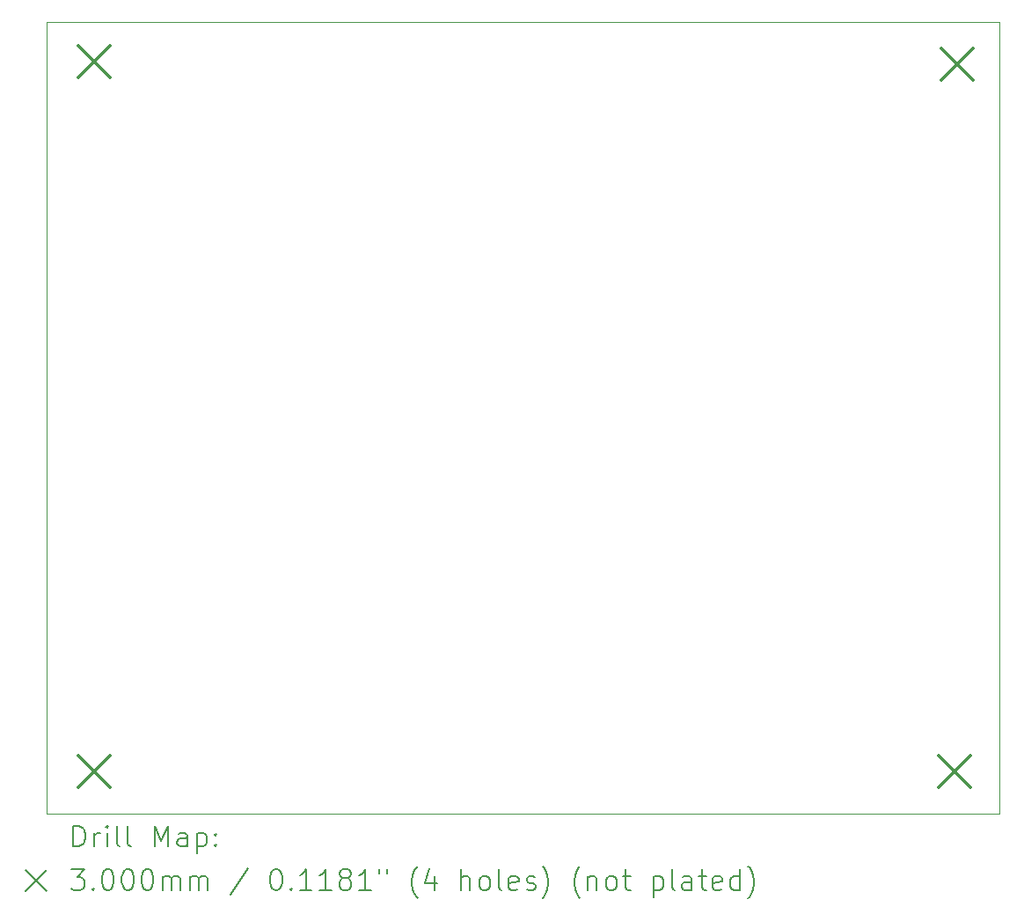
<source format=gbr>
%TF.GenerationSoftware,KiCad,Pcbnew,7.0.10*%
%TF.CreationDate,2024-03-26T13:20:54+05:30*%
%TF.ProjectId,PocketPCR,506f636b-6574-4504-9352-2e6b69636164,rev?*%
%TF.SameCoordinates,Original*%
%TF.FileFunction,Drillmap*%
%TF.FilePolarity,Positive*%
%FSLAX45Y45*%
G04 Gerber Fmt 4.5, Leading zero omitted, Abs format (unit mm)*
G04 Created by KiCad (PCBNEW 7.0.10) date 2024-03-26 13:20:54*
%MOMM*%
%LPD*%
G01*
G04 APERTURE LIST*
%ADD10C,0.100000*%
%ADD11C,0.200000*%
%ADD12C,0.300000*%
G04 APERTURE END LIST*
D10*
X8178800Y-5080000D02*
X17348200Y-5080000D01*
X17348200Y-12700000D01*
X8178800Y-12700000D01*
X8178800Y-5080000D01*
D11*
D12*
X8486000Y-5311000D02*
X8786000Y-5611000D01*
X8786000Y-5311000D02*
X8486000Y-5611000D01*
X8486000Y-12143600D02*
X8786000Y-12443600D01*
X8786000Y-12143600D02*
X8486000Y-12443600D01*
X16766400Y-12143600D02*
X17066400Y-12443600D01*
X17066400Y-12143600D02*
X16766400Y-12443600D01*
X16791800Y-5336400D02*
X17091800Y-5636400D01*
X17091800Y-5336400D02*
X16791800Y-5636400D01*
D11*
X8434577Y-13016484D02*
X8434577Y-12816484D01*
X8434577Y-12816484D02*
X8482196Y-12816484D01*
X8482196Y-12816484D02*
X8510767Y-12826008D01*
X8510767Y-12826008D02*
X8529815Y-12845055D01*
X8529815Y-12845055D02*
X8539339Y-12864103D01*
X8539339Y-12864103D02*
X8548863Y-12902198D01*
X8548863Y-12902198D02*
X8548863Y-12930769D01*
X8548863Y-12930769D02*
X8539339Y-12968865D01*
X8539339Y-12968865D02*
X8529815Y-12987912D01*
X8529815Y-12987912D02*
X8510767Y-13006960D01*
X8510767Y-13006960D02*
X8482196Y-13016484D01*
X8482196Y-13016484D02*
X8434577Y-13016484D01*
X8634577Y-13016484D02*
X8634577Y-12883150D01*
X8634577Y-12921246D02*
X8644101Y-12902198D01*
X8644101Y-12902198D02*
X8653624Y-12892674D01*
X8653624Y-12892674D02*
X8672672Y-12883150D01*
X8672672Y-12883150D02*
X8691720Y-12883150D01*
X8758386Y-13016484D02*
X8758386Y-12883150D01*
X8758386Y-12816484D02*
X8748863Y-12826008D01*
X8748863Y-12826008D02*
X8758386Y-12835531D01*
X8758386Y-12835531D02*
X8767910Y-12826008D01*
X8767910Y-12826008D02*
X8758386Y-12816484D01*
X8758386Y-12816484D02*
X8758386Y-12835531D01*
X8882196Y-13016484D02*
X8863148Y-13006960D01*
X8863148Y-13006960D02*
X8853624Y-12987912D01*
X8853624Y-12987912D02*
X8853624Y-12816484D01*
X8986958Y-13016484D02*
X8967910Y-13006960D01*
X8967910Y-13006960D02*
X8958386Y-12987912D01*
X8958386Y-12987912D02*
X8958386Y-12816484D01*
X9215529Y-13016484D02*
X9215529Y-12816484D01*
X9215529Y-12816484D02*
X9282196Y-12959341D01*
X9282196Y-12959341D02*
X9348863Y-12816484D01*
X9348863Y-12816484D02*
X9348863Y-13016484D01*
X9529815Y-13016484D02*
X9529815Y-12911722D01*
X9529815Y-12911722D02*
X9520291Y-12892674D01*
X9520291Y-12892674D02*
X9501244Y-12883150D01*
X9501244Y-12883150D02*
X9463148Y-12883150D01*
X9463148Y-12883150D02*
X9444101Y-12892674D01*
X9529815Y-13006960D02*
X9510767Y-13016484D01*
X9510767Y-13016484D02*
X9463148Y-13016484D01*
X9463148Y-13016484D02*
X9444101Y-13006960D01*
X9444101Y-13006960D02*
X9434577Y-12987912D01*
X9434577Y-12987912D02*
X9434577Y-12968865D01*
X9434577Y-12968865D02*
X9444101Y-12949817D01*
X9444101Y-12949817D02*
X9463148Y-12940293D01*
X9463148Y-12940293D02*
X9510767Y-12940293D01*
X9510767Y-12940293D02*
X9529815Y-12930769D01*
X9625053Y-12883150D02*
X9625053Y-13083150D01*
X9625053Y-12892674D02*
X9644101Y-12883150D01*
X9644101Y-12883150D02*
X9682196Y-12883150D01*
X9682196Y-12883150D02*
X9701244Y-12892674D01*
X9701244Y-12892674D02*
X9710767Y-12902198D01*
X9710767Y-12902198D02*
X9720291Y-12921246D01*
X9720291Y-12921246D02*
X9720291Y-12978388D01*
X9720291Y-12978388D02*
X9710767Y-12997436D01*
X9710767Y-12997436D02*
X9701244Y-13006960D01*
X9701244Y-13006960D02*
X9682196Y-13016484D01*
X9682196Y-13016484D02*
X9644101Y-13016484D01*
X9644101Y-13016484D02*
X9625053Y-13006960D01*
X9806005Y-12997436D02*
X9815529Y-13006960D01*
X9815529Y-13006960D02*
X9806005Y-13016484D01*
X9806005Y-13016484D02*
X9796482Y-13006960D01*
X9796482Y-13006960D02*
X9806005Y-12997436D01*
X9806005Y-12997436D02*
X9806005Y-13016484D01*
X9806005Y-12892674D02*
X9815529Y-12902198D01*
X9815529Y-12902198D02*
X9806005Y-12911722D01*
X9806005Y-12911722D02*
X9796482Y-12902198D01*
X9796482Y-12902198D02*
X9806005Y-12892674D01*
X9806005Y-12892674D02*
X9806005Y-12911722D01*
X7973800Y-13245000D02*
X8173800Y-13445000D01*
X8173800Y-13245000D02*
X7973800Y-13445000D01*
X8415529Y-13236484D02*
X8539339Y-13236484D01*
X8539339Y-13236484D02*
X8472672Y-13312674D01*
X8472672Y-13312674D02*
X8501244Y-13312674D01*
X8501244Y-13312674D02*
X8520291Y-13322198D01*
X8520291Y-13322198D02*
X8529815Y-13331722D01*
X8529815Y-13331722D02*
X8539339Y-13350769D01*
X8539339Y-13350769D02*
X8539339Y-13398388D01*
X8539339Y-13398388D02*
X8529815Y-13417436D01*
X8529815Y-13417436D02*
X8520291Y-13426960D01*
X8520291Y-13426960D02*
X8501244Y-13436484D01*
X8501244Y-13436484D02*
X8444101Y-13436484D01*
X8444101Y-13436484D02*
X8425053Y-13426960D01*
X8425053Y-13426960D02*
X8415529Y-13417436D01*
X8625053Y-13417436D02*
X8634577Y-13426960D01*
X8634577Y-13426960D02*
X8625053Y-13436484D01*
X8625053Y-13436484D02*
X8615529Y-13426960D01*
X8615529Y-13426960D02*
X8625053Y-13417436D01*
X8625053Y-13417436D02*
X8625053Y-13436484D01*
X8758386Y-13236484D02*
X8777434Y-13236484D01*
X8777434Y-13236484D02*
X8796482Y-13246008D01*
X8796482Y-13246008D02*
X8806005Y-13255531D01*
X8806005Y-13255531D02*
X8815529Y-13274579D01*
X8815529Y-13274579D02*
X8825053Y-13312674D01*
X8825053Y-13312674D02*
X8825053Y-13360293D01*
X8825053Y-13360293D02*
X8815529Y-13398388D01*
X8815529Y-13398388D02*
X8806005Y-13417436D01*
X8806005Y-13417436D02*
X8796482Y-13426960D01*
X8796482Y-13426960D02*
X8777434Y-13436484D01*
X8777434Y-13436484D02*
X8758386Y-13436484D01*
X8758386Y-13436484D02*
X8739339Y-13426960D01*
X8739339Y-13426960D02*
X8729815Y-13417436D01*
X8729815Y-13417436D02*
X8720291Y-13398388D01*
X8720291Y-13398388D02*
X8710767Y-13360293D01*
X8710767Y-13360293D02*
X8710767Y-13312674D01*
X8710767Y-13312674D02*
X8720291Y-13274579D01*
X8720291Y-13274579D02*
X8729815Y-13255531D01*
X8729815Y-13255531D02*
X8739339Y-13246008D01*
X8739339Y-13246008D02*
X8758386Y-13236484D01*
X8948863Y-13236484D02*
X8967910Y-13236484D01*
X8967910Y-13236484D02*
X8986958Y-13246008D01*
X8986958Y-13246008D02*
X8996482Y-13255531D01*
X8996482Y-13255531D02*
X9006005Y-13274579D01*
X9006005Y-13274579D02*
X9015529Y-13312674D01*
X9015529Y-13312674D02*
X9015529Y-13360293D01*
X9015529Y-13360293D02*
X9006005Y-13398388D01*
X9006005Y-13398388D02*
X8996482Y-13417436D01*
X8996482Y-13417436D02*
X8986958Y-13426960D01*
X8986958Y-13426960D02*
X8967910Y-13436484D01*
X8967910Y-13436484D02*
X8948863Y-13436484D01*
X8948863Y-13436484D02*
X8929815Y-13426960D01*
X8929815Y-13426960D02*
X8920291Y-13417436D01*
X8920291Y-13417436D02*
X8910767Y-13398388D01*
X8910767Y-13398388D02*
X8901244Y-13360293D01*
X8901244Y-13360293D02*
X8901244Y-13312674D01*
X8901244Y-13312674D02*
X8910767Y-13274579D01*
X8910767Y-13274579D02*
X8920291Y-13255531D01*
X8920291Y-13255531D02*
X8929815Y-13246008D01*
X8929815Y-13246008D02*
X8948863Y-13236484D01*
X9139339Y-13236484D02*
X9158386Y-13236484D01*
X9158386Y-13236484D02*
X9177434Y-13246008D01*
X9177434Y-13246008D02*
X9186958Y-13255531D01*
X9186958Y-13255531D02*
X9196482Y-13274579D01*
X9196482Y-13274579D02*
X9206005Y-13312674D01*
X9206005Y-13312674D02*
X9206005Y-13360293D01*
X9206005Y-13360293D02*
X9196482Y-13398388D01*
X9196482Y-13398388D02*
X9186958Y-13417436D01*
X9186958Y-13417436D02*
X9177434Y-13426960D01*
X9177434Y-13426960D02*
X9158386Y-13436484D01*
X9158386Y-13436484D02*
X9139339Y-13436484D01*
X9139339Y-13436484D02*
X9120291Y-13426960D01*
X9120291Y-13426960D02*
X9110767Y-13417436D01*
X9110767Y-13417436D02*
X9101244Y-13398388D01*
X9101244Y-13398388D02*
X9091720Y-13360293D01*
X9091720Y-13360293D02*
X9091720Y-13312674D01*
X9091720Y-13312674D02*
X9101244Y-13274579D01*
X9101244Y-13274579D02*
X9110767Y-13255531D01*
X9110767Y-13255531D02*
X9120291Y-13246008D01*
X9120291Y-13246008D02*
X9139339Y-13236484D01*
X9291720Y-13436484D02*
X9291720Y-13303150D01*
X9291720Y-13322198D02*
X9301244Y-13312674D01*
X9301244Y-13312674D02*
X9320291Y-13303150D01*
X9320291Y-13303150D02*
X9348863Y-13303150D01*
X9348863Y-13303150D02*
X9367910Y-13312674D01*
X9367910Y-13312674D02*
X9377434Y-13331722D01*
X9377434Y-13331722D02*
X9377434Y-13436484D01*
X9377434Y-13331722D02*
X9386958Y-13312674D01*
X9386958Y-13312674D02*
X9406005Y-13303150D01*
X9406005Y-13303150D02*
X9434577Y-13303150D01*
X9434577Y-13303150D02*
X9453625Y-13312674D01*
X9453625Y-13312674D02*
X9463148Y-13331722D01*
X9463148Y-13331722D02*
X9463148Y-13436484D01*
X9558386Y-13436484D02*
X9558386Y-13303150D01*
X9558386Y-13322198D02*
X9567910Y-13312674D01*
X9567910Y-13312674D02*
X9586958Y-13303150D01*
X9586958Y-13303150D02*
X9615529Y-13303150D01*
X9615529Y-13303150D02*
X9634577Y-13312674D01*
X9634577Y-13312674D02*
X9644101Y-13331722D01*
X9644101Y-13331722D02*
X9644101Y-13436484D01*
X9644101Y-13331722D02*
X9653625Y-13312674D01*
X9653625Y-13312674D02*
X9672672Y-13303150D01*
X9672672Y-13303150D02*
X9701244Y-13303150D01*
X9701244Y-13303150D02*
X9720291Y-13312674D01*
X9720291Y-13312674D02*
X9729815Y-13331722D01*
X9729815Y-13331722D02*
X9729815Y-13436484D01*
X10120291Y-13226960D02*
X9948863Y-13484103D01*
X10377434Y-13236484D02*
X10396482Y-13236484D01*
X10396482Y-13236484D02*
X10415529Y-13246008D01*
X10415529Y-13246008D02*
X10425053Y-13255531D01*
X10425053Y-13255531D02*
X10434577Y-13274579D01*
X10434577Y-13274579D02*
X10444101Y-13312674D01*
X10444101Y-13312674D02*
X10444101Y-13360293D01*
X10444101Y-13360293D02*
X10434577Y-13398388D01*
X10434577Y-13398388D02*
X10425053Y-13417436D01*
X10425053Y-13417436D02*
X10415529Y-13426960D01*
X10415529Y-13426960D02*
X10396482Y-13436484D01*
X10396482Y-13436484D02*
X10377434Y-13436484D01*
X10377434Y-13436484D02*
X10358387Y-13426960D01*
X10358387Y-13426960D02*
X10348863Y-13417436D01*
X10348863Y-13417436D02*
X10339339Y-13398388D01*
X10339339Y-13398388D02*
X10329815Y-13360293D01*
X10329815Y-13360293D02*
X10329815Y-13312674D01*
X10329815Y-13312674D02*
X10339339Y-13274579D01*
X10339339Y-13274579D02*
X10348863Y-13255531D01*
X10348863Y-13255531D02*
X10358387Y-13246008D01*
X10358387Y-13246008D02*
X10377434Y-13236484D01*
X10529815Y-13417436D02*
X10539339Y-13426960D01*
X10539339Y-13426960D02*
X10529815Y-13436484D01*
X10529815Y-13436484D02*
X10520291Y-13426960D01*
X10520291Y-13426960D02*
X10529815Y-13417436D01*
X10529815Y-13417436D02*
X10529815Y-13436484D01*
X10729815Y-13436484D02*
X10615529Y-13436484D01*
X10672672Y-13436484D02*
X10672672Y-13236484D01*
X10672672Y-13236484D02*
X10653625Y-13265055D01*
X10653625Y-13265055D02*
X10634577Y-13284103D01*
X10634577Y-13284103D02*
X10615529Y-13293627D01*
X10920291Y-13436484D02*
X10806006Y-13436484D01*
X10863148Y-13436484D02*
X10863148Y-13236484D01*
X10863148Y-13236484D02*
X10844101Y-13265055D01*
X10844101Y-13265055D02*
X10825053Y-13284103D01*
X10825053Y-13284103D02*
X10806006Y-13293627D01*
X11034577Y-13322198D02*
X11015529Y-13312674D01*
X11015529Y-13312674D02*
X11006006Y-13303150D01*
X11006006Y-13303150D02*
X10996482Y-13284103D01*
X10996482Y-13284103D02*
X10996482Y-13274579D01*
X10996482Y-13274579D02*
X11006006Y-13255531D01*
X11006006Y-13255531D02*
X11015529Y-13246008D01*
X11015529Y-13246008D02*
X11034577Y-13236484D01*
X11034577Y-13236484D02*
X11072672Y-13236484D01*
X11072672Y-13236484D02*
X11091720Y-13246008D01*
X11091720Y-13246008D02*
X11101244Y-13255531D01*
X11101244Y-13255531D02*
X11110768Y-13274579D01*
X11110768Y-13274579D02*
X11110768Y-13284103D01*
X11110768Y-13284103D02*
X11101244Y-13303150D01*
X11101244Y-13303150D02*
X11091720Y-13312674D01*
X11091720Y-13312674D02*
X11072672Y-13322198D01*
X11072672Y-13322198D02*
X11034577Y-13322198D01*
X11034577Y-13322198D02*
X11015529Y-13331722D01*
X11015529Y-13331722D02*
X11006006Y-13341246D01*
X11006006Y-13341246D02*
X10996482Y-13360293D01*
X10996482Y-13360293D02*
X10996482Y-13398388D01*
X10996482Y-13398388D02*
X11006006Y-13417436D01*
X11006006Y-13417436D02*
X11015529Y-13426960D01*
X11015529Y-13426960D02*
X11034577Y-13436484D01*
X11034577Y-13436484D02*
X11072672Y-13436484D01*
X11072672Y-13436484D02*
X11091720Y-13426960D01*
X11091720Y-13426960D02*
X11101244Y-13417436D01*
X11101244Y-13417436D02*
X11110768Y-13398388D01*
X11110768Y-13398388D02*
X11110768Y-13360293D01*
X11110768Y-13360293D02*
X11101244Y-13341246D01*
X11101244Y-13341246D02*
X11091720Y-13331722D01*
X11091720Y-13331722D02*
X11072672Y-13322198D01*
X11301244Y-13436484D02*
X11186958Y-13436484D01*
X11244101Y-13436484D02*
X11244101Y-13236484D01*
X11244101Y-13236484D02*
X11225053Y-13265055D01*
X11225053Y-13265055D02*
X11206006Y-13284103D01*
X11206006Y-13284103D02*
X11186958Y-13293627D01*
X11377434Y-13236484D02*
X11377434Y-13274579D01*
X11453625Y-13236484D02*
X11453625Y-13274579D01*
X11748863Y-13512674D02*
X11739339Y-13503150D01*
X11739339Y-13503150D02*
X11720291Y-13474579D01*
X11720291Y-13474579D02*
X11710768Y-13455531D01*
X11710768Y-13455531D02*
X11701244Y-13426960D01*
X11701244Y-13426960D02*
X11691720Y-13379341D01*
X11691720Y-13379341D02*
X11691720Y-13341246D01*
X11691720Y-13341246D02*
X11701244Y-13293627D01*
X11701244Y-13293627D02*
X11710768Y-13265055D01*
X11710768Y-13265055D02*
X11720291Y-13246008D01*
X11720291Y-13246008D02*
X11739339Y-13217436D01*
X11739339Y-13217436D02*
X11748863Y-13207912D01*
X11910768Y-13303150D02*
X11910768Y-13436484D01*
X11863148Y-13226960D02*
X11815529Y-13369817D01*
X11815529Y-13369817D02*
X11939339Y-13369817D01*
X12167910Y-13436484D02*
X12167910Y-13236484D01*
X12253625Y-13436484D02*
X12253625Y-13331722D01*
X12253625Y-13331722D02*
X12244101Y-13312674D01*
X12244101Y-13312674D02*
X12225053Y-13303150D01*
X12225053Y-13303150D02*
X12196482Y-13303150D01*
X12196482Y-13303150D02*
X12177434Y-13312674D01*
X12177434Y-13312674D02*
X12167910Y-13322198D01*
X12377434Y-13436484D02*
X12358387Y-13426960D01*
X12358387Y-13426960D02*
X12348863Y-13417436D01*
X12348863Y-13417436D02*
X12339339Y-13398388D01*
X12339339Y-13398388D02*
X12339339Y-13341246D01*
X12339339Y-13341246D02*
X12348863Y-13322198D01*
X12348863Y-13322198D02*
X12358387Y-13312674D01*
X12358387Y-13312674D02*
X12377434Y-13303150D01*
X12377434Y-13303150D02*
X12406006Y-13303150D01*
X12406006Y-13303150D02*
X12425053Y-13312674D01*
X12425053Y-13312674D02*
X12434577Y-13322198D01*
X12434577Y-13322198D02*
X12444101Y-13341246D01*
X12444101Y-13341246D02*
X12444101Y-13398388D01*
X12444101Y-13398388D02*
X12434577Y-13417436D01*
X12434577Y-13417436D02*
X12425053Y-13426960D01*
X12425053Y-13426960D02*
X12406006Y-13436484D01*
X12406006Y-13436484D02*
X12377434Y-13436484D01*
X12558387Y-13436484D02*
X12539339Y-13426960D01*
X12539339Y-13426960D02*
X12529815Y-13407912D01*
X12529815Y-13407912D02*
X12529815Y-13236484D01*
X12710768Y-13426960D02*
X12691720Y-13436484D01*
X12691720Y-13436484D02*
X12653625Y-13436484D01*
X12653625Y-13436484D02*
X12634577Y-13426960D01*
X12634577Y-13426960D02*
X12625053Y-13407912D01*
X12625053Y-13407912D02*
X12625053Y-13331722D01*
X12625053Y-13331722D02*
X12634577Y-13312674D01*
X12634577Y-13312674D02*
X12653625Y-13303150D01*
X12653625Y-13303150D02*
X12691720Y-13303150D01*
X12691720Y-13303150D02*
X12710768Y-13312674D01*
X12710768Y-13312674D02*
X12720291Y-13331722D01*
X12720291Y-13331722D02*
X12720291Y-13350769D01*
X12720291Y-13350769D02*
X12625053Y-13369817D01*
X12796482Y-13426960D02*
X12815530Y-13436484D01*
X12815530Y-13436484D02*
X12853625Y-13436484D01*
X12853625Y-13436484D02*
X12872672Y-13426960D01*
X12872672Y-13426960D02*
X12882196Y-13407912D01*
X12882196Y-13407912D02*
X12882196Y-13398388D01*
X12882196Y-13398388D02*
X12872672Y-13379341D01*
X12872672Y-13379341D02*
X12853625Y-13369817D01*
X12853625Y-13369817D02*
X12825053Y-13369817D01*
X12825053Y-13369817D02*
X12806006Y-13360293D01*
X12806006Y-13360293D02*
X12796482Y-13341246D01*
X12796482Y-13341246D02*
X12796482Y-13331722D01*
X12796482Y-13331722D02*
X12806006Y-13312674D01*
X12806006Y-13312674D02*
X12825053Y-13303150D01*
X12825053Y-13303150D02*
X12853625Y-13303150D01*
X12853625Y-13303150D02*
X12872672Y-13312674D01*
X12948863Y-13512674D02*
X12958387Y-13503150D01*
X12958387Y-13503150D02*
X12977434Y-13474579D01*
X12977434Y-13474579D02*
X12986958Y-13455531D01*
X12986958Y-13455531D02*
X12996482Y-13426960D01*
X12996482Y-13426960D02*
X13006006Y-13379341D01*
X13006006Y-13379341D02*
X13006006Y-13341246D01*
X13006006Y-13341246D02*
X12996482Y-13293627D01*
X12996482Y-13293627D02*
X12986958Y-13265055D01*
X12986958Y-13265055D02*
X12977434Y-13246008D01*
X12977434Y-13246008D02*
X12958387Y-13217436D01*
X12958387Y-13217436D02*
X12948863Y-13207912D01*
X13310768Y-13512674D02*
X13301244Y-13503150D01*
X13301244Y-13503150D02*
X13282196Y-13474579D01*
X13282196Y-13474579D02*
X13272672Y-13455531D01*
X13272672Y-13455531D02*
X13263149Y-13426960D01*
X13263149Y-13426960D02*
X13253625Y-13379341D01*
X13253625Y-13379341D02*
X13253625Y-13341246D01*
X13253625Y-13341246D02*
X13263149Y-13293627D01*
X13263149Y-13293627D02*
X13272672Y-13265055D01*
X13272672Y-13265055D02*
X13282196Y-13246008D01*
X13282196Y-13246008D02*
X13301244Y-13217436D01*
X13301244Y-13217436D02*
X13310768Y-13207912D01*
X13386958Y-13303150D02*
X13386958Y-13436484D01*
X13386958Y-13322198D02*
X13396482Y-13312674D01*
X13396482Y-13312674D02*
X13415530Y-13303150D01*
X13415530Y-13303150D02*
X13444101Y-13303150D01*
X13444101Y-13303150D02*
X13463149Y-13312674D01*
X13463149Y-13312674D02*
X13472672Y-13331722D01*
X13472672Y-13331722D02*
X13472672Y-13436484D01*
X13596482Y-13436484D02*
X13577434Y-13426960D01*
X13577434Y-13426960D02*
X13567911Y-13417436D01*
X13567911Y-13417436D02*
X13558387Y-13398388D01*
X13558387Y-13398388D02*
X13558387Y-13341246D01*
X13558387Y-13341246D02*
X13567911Y-13322198D01*
X13567911Y-13322198D02*
X13577434Y-13312674D01*
X13577434Y-13312674D02*
X13596482Y-13303150D01*
X13596482Y-13303150D02*
X13625053Y-13303150D01*
X13625053Y-13303150D02*
X13644101Y-13312674D01*
X13644101Y-13312674D02*
X13653625Y-13322198D01*
X13653625Y-13322198D02*
X13663149Y-13341246D01*
X13663149Y-13341246D02*
X13663149Y-13398388D01*
X13663149Y-13398388D02*
X13653625Y-13417436D01*
X13653625Y-13417436D02*
X13644101Y-13426960D01*
X13644101Y-13426960D02*
X13625053Y-13436484D01*
X13625053Y-13436484D02*
X13596482Y-13436484D01*
X13720292Y-13303150D02*
X13796482Y-13303150D01*
X13748863Y-13236484D02*
X13748863Y-13407912D01*
X13748863Y-13407912D02*
X13758387Y-13426960D01*
X13758387Y-13426960D02*
X13777434Y-13436484D01*
X13777434Y-13436484D02*
X13796482Y-13436484D01*
X14015530Y-13303150D02*
X14015530Y-13503150D01*
X14015530Y-13312674D02*
X14034577Y-13303150D01*
X14034577Y-13303150D02*
X14072673Y-13303150D01*
X14072673Y-13303150D02*
X14091720Y-13312674D01*
X14091720Y-13312674D02*
X14101244Y-13322198D01*
X14101244Y-13322198D02*
X14110768Y-13341246D01*
X14110768Y-13341246D02*
X14110768Y-13398388D01*
X14110768Y-13398388D02*
X14101244Y-13417436D01*
X14101244Y-13417436D02*
X14091720Y-13426960D01*
X14091720Y-13426960D02*
X14072673Y-13436484D01*
X14072673Y-13436484D02*
X14034577Y-13436484D01*
X14034577Y-13436484D02*
X14015530Y-13426960D01*
X14225053Y-13436484D02*
X14206006Y-13426960D01*
X14206006Y-13426960D02*
X14196482Y-13407912D01*
X14196482Y-13407912D02*
X14196482Y-13236484D01*
X14386958Y-13436484D02*
X14386958Y-13331722D01*
X14386958Y-13331722D02*
X14377434Y-13312674D01*
X14377434Y-13312674D02*
X14358387Y-13303150D01*
X14358387Y-13303150D02*
X14320292Y-13303150D01*
X14320292Y-13303150D02*
X14301244Y-13312674D01*
X14386958Y-13426960D02*
X14367911Y-13436484D01*
X14367911Y-13436484D02*
X14320292Y-13436484D01*
X14320292Y-13436484D02*
X14301244Y-13426960D01*
X14301244Y-13426960D02*
X14291720Y-13407912D01*
X14291720Y-13407912D02*
X14291720Y-13388865D01*
X14291720Y-13388865D02*
X14301244Y-13369817D01*
X14301244Y-13369817D02*
X14320292Y-13360293D01*
X14320292Y-13360293D02*
X14367911Y-13360293D01*
X14367911Y-13360293D02*
X14386958Y-13350769D01*
X14453625Y-13303150D02*
X14529815Y-13303150D01*
X14482196Y-13236484D02*
X14482196Y-13407912D01*
X14482196Y-13407912D02*
X14491720Y-13426960D01*
X14491720Y-13426960D02*
X14510768Y-13436484D01*
X14510768Y-13436484D02*
X14529815Y-13436484D01*
X14672673Y-13426960D02*
X14653625Y-13436484D01*
X14653625Y-13436484D02*
X14615530Y-13436484D01*
X14615530Y-13436484D02*
X14596482Y-13426960D01*
X14596482Y-13426960D02*
X14586958Y-13407912D01*
X14586958Y-13407912D02*
X14586958Y-13331722D01*
X14586958Y-13331722D02*
X14596482Y-13312674D01*
X14596482Y-13312674D02*
X14615530Y-13303150D01*
X14615530Y-13303150D02*
X14653625Y-13303150D01*
X14653625Y-13303150D02*
X14672673Y-13312674D01*
X14672673Y-13312674D02*
X14682196Y-13331722D01*
X14682196Y-13331722D02*
X14682196Y-13350769D01*
X14682196Y-13350769D02*
X14586958Y-13369817D01*
X14853625Y-13436484D02*
X14853625Y-13236484D01*
X14853625Y-13426960D02*
X14834577Y-13436484D01*
X14834577Y-13436484D02*
X14796482Y-13436484D01*
X14796482Y-13436484D02*
X14777434Y-13426960D01*
X14777434Y-13426960D02*
X14767911Y-13417436D01*
X14767911Y-13417436D02*
X14758387Y-13398388D01*
X14758387Y-13398388D02*
X14758387Y-13341246D01*
X14758387Y-13341246D02*
X14767911Y-13322198D01*
X14767911Y-13322198D02*
X14777434Y-13312674D01*
X14777434Y-13312674D02*
X14796482Y-13303150D01*
X14796482Y-13303150D02*
X14834577Y-13303150D01*
X14834577Y-13303150D02*
X14853625Y-13312674D01*
X14929815Y-13512674D02*
X14939339Y-13503150D01*
X14939339Y-13503150D02*
X14958387Y-13474579D01*
X14958387Y-13474579D02*
X14967911Y-13455531D01*
X14967911Y-13455531D02*
X14977434Y-13426960D01*
X14977434Y-13426960D02*
X14986958Y-13379341D01*
X14986958Y-13379341D02*
X14986958Y-13341246D01*
X14986958Y-13341246D02*
X14977434Y-13293627D01*
X14977434Y-13293627D02*
X14967911Y-13265055D01*
X14967911Y-13265055D02*
X14958387Y-13246008D01*
X14958387Y-13246008D02*
X14939339Y-13217436D01*
X14939339Y-13217436D02*
X14929815Y-13207912D01*
M02*

</source>
